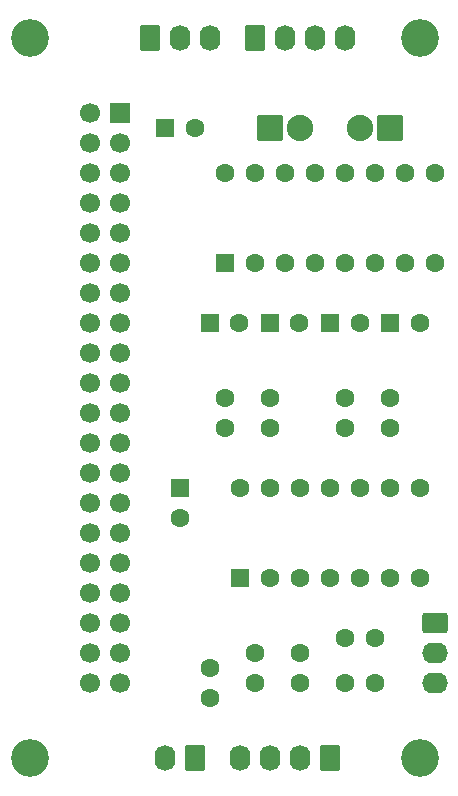
<source format=gbr>
%TF.GenerationSoftware,KiCad,Pcbnew,9.0.4-9.0.4-0~ubuntu24.04.1*%
%TF.CreationDate,2025-08-22T14:39:44+02:00*%
%TF.ProjectId,v10-3,7631302d-332e-46b6-9963-61645f706362,rev?*%
%TF.SameCoordinates,Original*%
%TF.FileFunction,Soldermask,Bot*%
%TF.FilePolarity,Negative*%
%FSLAX46Y46*%
G04 Gerber Fmt 4.6, Leading zero omitted, Abs format (unit mm)*
G04 Created by KiCad (PCBNEW 9.0.4-9.0.4-0~ubuntu24.04.1) date 2025-08-22 14:39:44*
%MOMM*%
%LPD*%
G01*
G04 APERTURE LIST*
G04 Aperture macros list*
%AMRoundRect*
0 Rectangle with rounded corners*
0 $1 Rounding radius*
0 $2 $3 $4 $5 $6 $7 $8 $9 X,Y pos of 4 corners*
0 Add a 4 corners polygon primitive as box body*
4,1,4,$2,$3,$4,$5,$6,$7,$8,$9,$2,$3,0*
0 Add four circle primitives for the rounded corners*
1,1,$1+$1,$2,$3*
1,1,$1+$1,$4,$5*
1,1,$1+$1,$6,$7*
1,1,$1+$1,$8,$9*
0 Add four rect primitives between the rounded corners*
20,1,$1+$1,$2,$3,$4,$5,0*
20,1,$1+$1,$4,$5,$6,$7,0*
20,1,$1+$1,$6,$7,$8,$9,0*
20,1,$1+$1,$8,$9,$2,$3,0*%
G04 Aperture macros list end*
%ADD10RoundRect,0.250000X0.550000X-0.550000X0.550000X0.550000X-0.550000X0.550000X-0.550000X-0.550000X0*%
%ADD11C,1.600000*%
%ADD12RoundRect,0.250000X-0.845000X0.620000X-0.845000X-0.620000X0.845000X-0.620000X0.845000X0.620000X0*%
%ADD13O,2.190000X1.740000*%
%ADD14C,3.200000*%
%ADD15RoundRect,0.250000X-0.550000X0.550000X-0.550000X-0.550000X0.550000X-0.550000X0.550000X0.550000X0*%
%ADD16RoundRect,0.250000X0.620000X0.845000X-0.620000X0.845000X-0.620000X-0.845000X0.620000X-0.845000X0*%
%ADD17O,1.740000X2.190000*%
%ADD18RoundRect,0.250000X-0.870000X-0.870000X0.870000X-0.870000X0.870000X0.870000X-0.870000X0.870000X0*%
%ADD19C,2.240000*%
%ADD20RoundRect,0.250000X-0.550000X-0.550000X0.550000X-0.550000X0.550000X0.550000X-0.550000X0.550000X0*%
%ADD21RoundRect,0.250000X-0.620000X-0.845000X0.620000X-0.845000X0.620000X0.845000X-0.620000X0.845000X0*%
%ADD22RoundRect,0.250000X0.870000X0.870000X-0.870000X0.870000X-0.870000X-0.870000X0.870000X-0.870000X0*%
%ADD23R,1.700000X1.700000*%
%ADD24C,1.700000*%
G04 APERTURE END LIST*
D10*
%TO.C,U2*%
X80010000Y-81280000D03*
D11*
X82550000Y-81280000D03*
X85090000Y-81280000D03*
X87630000Y-81280000D03*
X90170000Y-81280000D03*
X92710000Y-81280000D03*
X95250000Y-81280000D03*
X97790000Y-81280000D03*
X97790000Y-73660000D03*
X95250000Y-73660000D03*
X92710000Y-73660000D03*
X90170000Y-73660000D03*
X87630000Y-73660000D03*
X85090000Y-73660000D03*
X82550000Y-73660000D03*
X80010000Y-73660000D03*
%TD*%
D10*
%TO.C,U1*%
X81280000Y-107950000D03*
D11*
X83820000Y-107950000D03*
X86360000Y-107950000D03*
X88900000Y-107950000D03*
X91440000Y-107950000D03*
X93980000Y-107950000D03*
X96520000Y-107950000D03*
X96520000Y-100330000D03*
X93980000Y-100330000D03*
X91440000Y-100330000D03*
X88900000Y-100330000D03*
X86360000Y-100330000D03*
X83820000Y-100330000D03*
X81280000Y-100330000D03*
%TD*%
D12*
%TO.C,J1*%
X97790000Y-111760000D03*
D13*
X97790000Y-114300000D03*
X97790000Y-116840000D03*
%TD*%
D14*
%TO.C,H2*%
X96520000Y-62230000D03*
%TD*%
D15*
%TO.C,C1*%
X76200000Y-100330000D03*
D11*
X76200000Y-102830000D03*
%TD*%
D16*
%TO.C,J6*%
X88900000Y-123190000D03*
D17*
X86360000Y-123190000D03*
X83820000Y-123190000D03*
X81280000Y-123190000D03*
%TD*%
D11*
%TO.C,R7*%
X80010000Y-92710000D03*
X80010000Y-95250000D03*
%TD*%
D18*
%TO.C,D2*%
X83820000Y-69850000D03*
D19*
X86360000Y-69850000D03*
%TD*%
D14*
%TO.C,H1*%
X63500000Y-62230000D03*
%TD*%
D11*
%TO.C,R3*%
X78740000Y-115570000D03*
X78740000Y-118110000D03*
%TD*%
D20*
%TO.C,C5*%
X83820000Y-86360000D03*
D11*
X86320000Y-86360000D03*
%TD*%
%TO.C,R8*%
X90170000Y-92710000D03*
X90170000Y-95250000D03*
%TD*%
D20*
%TO.C,C3*%
X74970000Y-69850000D03*
D11*
X77470000Y-69850000D03*
%TD*%
%TO.C,R5*%
X83820000Y-95250000D03*
X83820000Y-92710000D03*
%TD*%
D21*
%TO.C,J4*%
X73660000Y-62230000D03*
D17*
X76200000Y-62230000D03*
X78740000Y-62230000D03*
%TD*%
D11*
%TO.C,R2*%
X90170000Y-113030000D03*
X92710000Y-113030000D03*
%TD*%
%TO.C,R6*%
X93980000Y-95250000D03*
X93980000Y-92710000D03*
%TD*%
D14*
%TO.C,H3*%
X63500000Y-123190000D03*
%TD*%
D11*
%TO.C,R9*%
X86360000Y-114300000D03*
X86360000Y-116840000D03*
%TD*%
%TO.C,R4*%
X82550000Y-114300000D03*
X82550000Y-116840000D03*
%TD*%
D21*
%TO.C,J3*%
X82550000Y-62230000D03*
D17*
X85090000Y-62230000D03*
X87630000Y-62230000D03*
X90170000Y-62230000D03*
%TD*%
D22*
%TO.C,D1*%
X93980000Y-69850000D03*
D19*
X91440000Y-69850000D03*
%TD*%
D14*
%TO.C,H4*%
X96520000Y-123190000D03*
%TD*%
D11*
%TO.C,R1*%
X90170000Y-116840000D03*
X92710000Y-116840000D03*
%TD*%
D16*
%TO.C,J5*%
X77470000Y-123190000D03*
D17*
X74930000Y-123190000D03*
%TD*%
D20*
%TO.C,C6*%
X94020000Y-86360000D03*
D11*
X96520000Y-86360000D03*
%TD*%
D20*
%TO.C,C4*%
X88940000Y-86360000D03*
D11*
X91440000Y-86360000D03*
%TD*%
D23*
%TO.C,J2*%
X71120000Y-68580000D03*
D24*
X68580000Y-68580000D03*
X71120000Y-71120000D03*
X68580000Y-71120000D03*
X71120000Y-73660000D03*
X68580000Y-73660000D03*
X71120000Y-76200000D03*
X68580000Y-76200000D03*
X71120000Y-78740000D03*
X68580000Y-78740000D03*
X71120000Y-81280000D03*
X68580000Y-81280000D03*
X71120000Y-83820000D03*
X68580000Y-83820000D03*
X71120000Y-86360000D03*
X68580000Y-86360000D03*
X71120000Y-88900000D03*
X68580000Y-88900000D03*
X71120000Y-91440000D03*
X68580000Y-91440000D03*
X71120000Y-93980000D03*
X68580000Y-93980000D03*
X71120000Y-96520000D03*
X68580000Y-96520000D03*
X71120000Y-99060000D03*
X68580000Y-99060000D03*
X71120000Y-101600000D03*
X68580000Y-101600000D03*
X71120000Y-104140000D03*
X68580000Y-104140000D03*
X71120000Y-106680000D03*
X68580000Y-106680000D03*
X71120000Y-109220000D03*
X68580000Y-109220000D03*
X71120000Y-111760000D03*
X68580000Y-111760000D03*
X71120000Y-114300000D03*
X68580000Y-114300000D03*
X71120000Y-116840000D03*
X68580000Y-116840000D03*
%TD*%
D20*
%TO.C,C2*%
X78740000Y-86360000D03*
D11*
X81240000Y-86360000D03*
%TD*%
M02*

</source>
